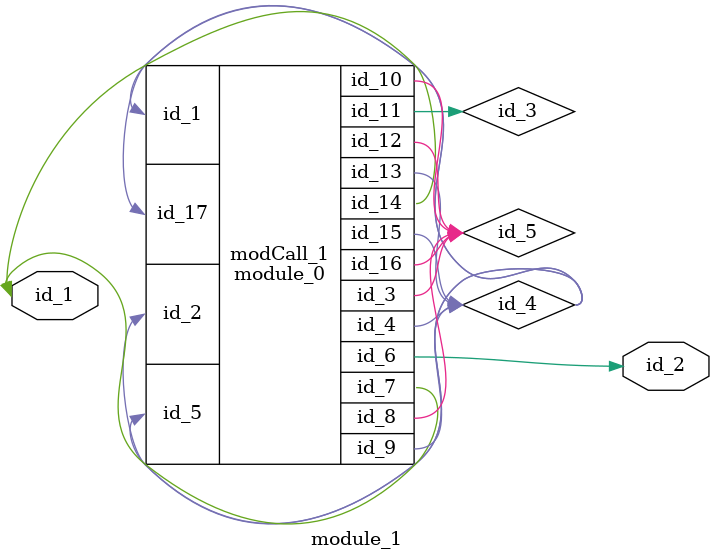
<source format=v>
module module_0 (
    id_1,
    id_2,
    id_3,
    id_4,
    id_5,
    id_6,
    id_7,
    id_8,
    id_9,
    id_10,
    id_11,
    id_12,
    id_13,
    id_14,
    id_15,
    id_16,
    id_17
);
  input wire id_17;
  output wire id_16;
  inout wire id_15;
  inout wire id_14;
  inout wire id_13;
  inout wire id_12;
  output wire id_11;
  output wire id_10;
  inout wire id_9;
  output wire id_8;
  inout wire id_7;
  output wire id_6;
  input wire id_5;
  output wire id_4;
  inout wire id_3;
  input wire id_2;
  input wire id_1;
  assign id_16 = -1'b0;
endmodule
module module_1 (
    id_1,
    id_2
);
  output wire id_2;
  inout wire id_1;
  wire id_3;
  wire id_4, id_5;
  module_0 modCall_1 (
      id_4,
      id_4,
      id_5,
      id_4,
      id_4,
      id_2,
      id_1,
      id_5,
      id_4,
      id_5,
      id_3,
      id_5,
      id_4,
      id_1,
      id_4,
      id_5,
      id_4
  );
  wire id_6;
  wire id_7, id_8;
endmodule

</source>
